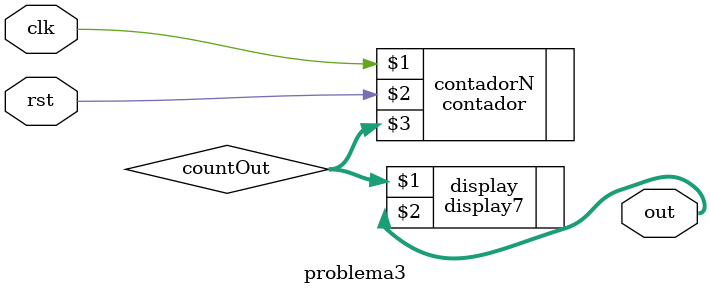
<source format=sv>
module problema3#(parameter n=6)(input logic clk, rst,
											output logic [6:0] out);
											
	logic [n-1:0] countOut;

	contador#(n) contadorN(clk,rst,countOut);
	
	display7 display(countOut,out);
	

endmodule 
</source>
